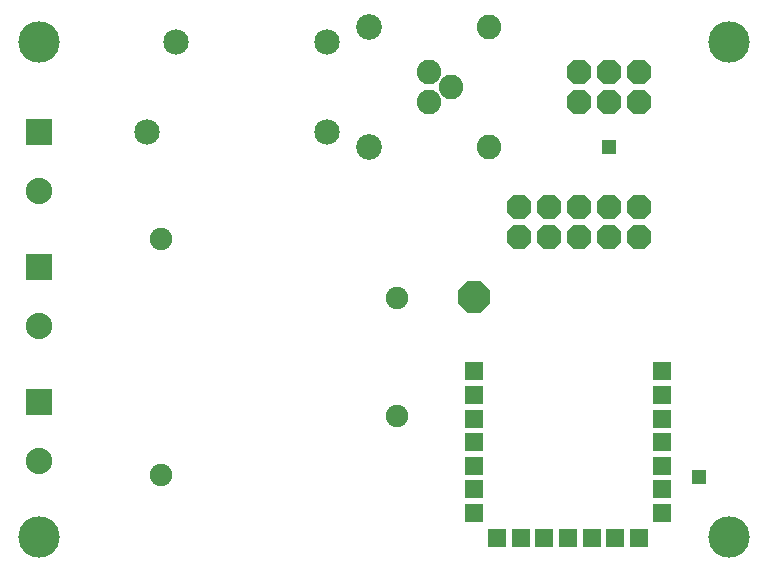
<source format=gts>
G75*
%MOIN*%
%OFA0B0*%
%FSLAX25Y25*%
%IPPOS*%
%LPD*%
%AMOC8*
5,1,8,0,0,1.08239X$1,22.5*
%
%ADD10C,0.08200*%
%ADD11C,0.08600*%
%ADD12C,0.08477*%
%ADD13R,0.08800X0.08800*%
%ADD14C,0.08800*%
%ADD15OC8,0.08200*%
%ADD16C,0.13800*%
%ADD17C,0.07531*%
%ADD18R,0.06312X0.06312*%
%ADD19OC8,0.10800*%
%ADD20R,0.05162X0.05162*%
D10*
X0233333Y0195000D03*
X0213333Y0210000D03*
X0220833Y0215000D03*
X0213333Y0220000D03*
X0233333Y0235000D03*
D11*
X0193333Y0235000D03*
X0193333Y0195000D03*
D12*
X0179333Y0199900D03*
X0179333Y0230000D03*
X0129133Y0230000D03*
X0119333Y0200000D03*
D13*
X0083333Y0200000D03*
X0083333Y0155000D03*
X0083333Y0110000D03*
D14*
X0083333Y0090315D03*
X0083333Y0135315D03*
X0083333Y0180315D03*
D15*
X0243333Y0175000D03*
X0253333Y0175000D03*
X0263333Y0175000D03*
X0273333Y0175000D03*
X0283333Y0175000D03*
X0283333Y0165000D03*
X0273333Y0165000D03*
X0263333Y0165000D03*
X0253333Y0165000D03*
X0243333Y0165000D03*
X0263333Y0210000D03*
X0273333Y0210000D03*
X0283333Y0210000D03*
X0283333Y0220000D03*
X0273333Y0220000D03*
X0263333Y0220000D03*
D16*
X0083333Y0065000D03*
X0313333Y0065000D03*
X0313333Y0230000D03*
X0083333Y0230000D03*
D17*
X0123963Y0164370D03*
X0202703Y0144685D03*
X0202703Y0105315D03*
X0123963Y0085630D03*
D18*
X0228333Y0088622D03*
X0228333Y0080748D03*
X0228333Y0072874D03*
X0236010Y0064606D03*
X0243885Y0064606D03*
X0251759Y0064606D03*
X0259633Y0064606D03*
X0267507Y0064606D03*
X0275381Y0064606D03*
X0283255Y0064606D03*
X0290932Y0072874D03*
X0290932Y0080748D03*
X0290932Y0088622D03*
X0290932Y0096496D03*
X0290932Y0104370D03*
X0290932Y0112244D03*
X0290932Y0120118D03*
X0228333Y0120118D03*
X0228333Y0112244D03*
X0228333Y0104370D03*
X0228333Y0096496D03*
D19*
X0228333Y0145000D03*
D20*
X0273333Y0195000D03*
X0303333Y0085000D03*
M02*

</source>
